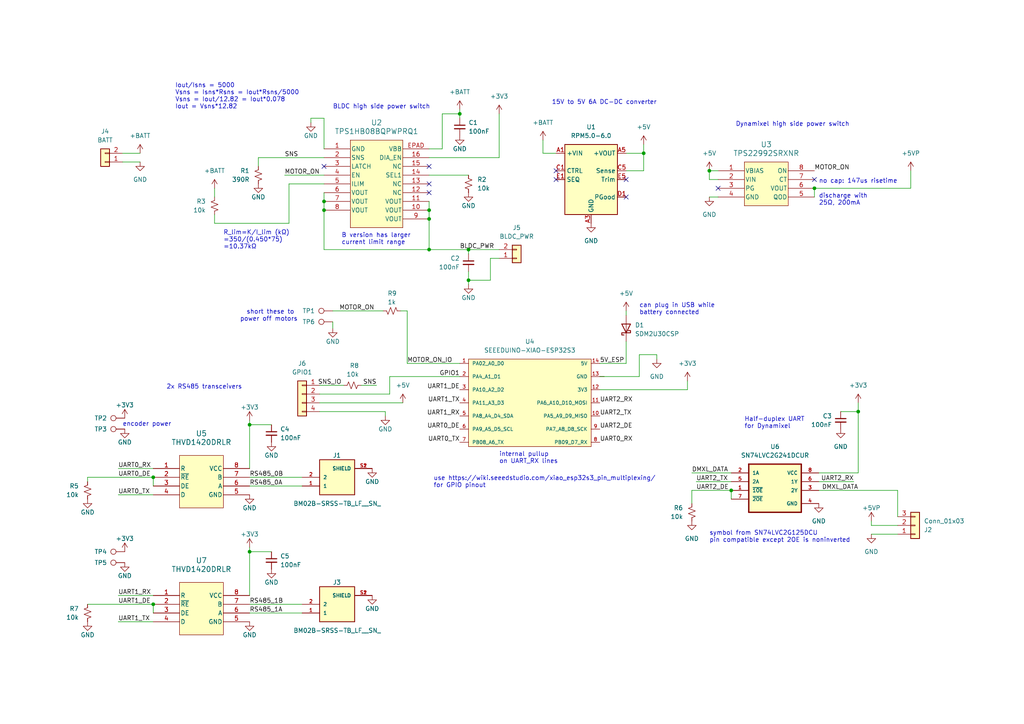
<source format=kicad_sch>
(kicad_sch (version 20230121) (generator eeschema)
  (paper "A4")
  (lib_symbols
    (symbol "Connector:TestPoint" (pin_numbers hide) (pin_names (offset 0.762) hide)
      (property "Reference" "TP" (at 0 6.858 0))
      (property "Value" "TestPoint" (at 0 5.08 0))
      (symbol "TestPoint_0_1"
        (circle (center 0 3.302) (radius 0.762))
      )
      (symbol "TestPoint_1_1"
        (pin passive line (at 0 0 90) (length 2.54) (name "1") (number "1"))
      )
    )
    (symbol "Connector_Generic:Conn_01x02" (pin_names (offset 1.016) hide)
      (property "Reference" "J" (at 0 2.54 0))
      (property "Value" "Conn_01x02" (at 0 -5.08 0))
      (symbol "Conn_01x02_1_1"
        (rectangle (start -1.27 -2.413) (end 0 -2.667) (stroke (width 0.1524)))
        (rectangle (start -1.27 0.127) (end 0 -0.127) (stroke (width 0.1524)))
        (rectangle (start -1.27 1.27) (end 1.27 -3.81) (stroke (width 0.254)) (fill (type background)))
        (pin passive line (at -5.08 0 0) (length 3.81) (name "Pin_1") (number "1"))
        (pin passive line (at -5.08 -2.54 0) (length 3.81) (name "Pin_2") (number "2"))
      )
    )
    (symbol "Connector_Generic:Conn_01x03" (pin_names (offset 1.016) hide)
      (property "Reference" "J" (at 0 5.08 0))
      (property "Value" "Conn_01x03" (at 0 -5.08 0))
      (symbol "Conn_01x03_1_1"
        (rectangle (start -1.27 -2.413) (end 0 -2.667) (stroke (width 0.1524)))
        (rectangle (start -1.27 0.127) (end 0 -0.127) (stroke (width 0.1524)))
        (rectangle (start -1.27 2.667) (end 0 2.413) (stroke (width 0.1524)))
        (rectangle (start -1.27 3.81) (end 1.27 -3.81) (stroke (width 0.254)) (fill (type background)))
        (pin passive line (at -5.08 2.54 0) (length 3.81) (name "Pin_1") (number "1"))
        (pin passive line (at -5.08 0 0) (length 3.81) (name "Pin_2") (number "2"))
        (pin passive line (at -5.08 -2.54 0) (length 3.81) (name "Pin_3") (number "3"))
      )
    )
    (symbol "Connector_Generic:Conn_01x04" (pin_names (offset 1.016) hide)
      (property "Reference" "J" (at 0 5.08 0))
      (property "Value" "Conn_01x04" (at 0 -7.62 0))
      (symbol "Conn_01x04_1_1"
        (rectangle (start -1.27 -4.953) (end 0 -5.207) (stroke (width 0.1524)))
        (rectangle (start -1.27 -2.413) (end 0 -2.667) (stroke (width 0.1524)))
        (rectangle (start -1.27 0.127) (end 0 -0.127) (stroke (width 0.1524)))
        (rectangle (start -1.27 2.667) (end 0 2.413) (stroke (width 0.1524)))
        (rectangle (start -1.27 3.81) (end 1.27 -6.35) (stroke (width 0.254)) (fill (type background)))
        (pin passive line (at -5.08 2.54 0) (length 3.81) (name "Pin_1") (number "1"))
        (pin passive line (at -5.08 0 0) (length 3.81) (name "Pin_2") (number "2"))
        (pin passive line (at -5.08 -2.54 0) (length 3.81) (name "Pin_3") (number "3"))
        (pin passive line (at -5.08 -5.08 0) (length 3.81) (name "Pin_4") (number "4"))
      )
    )
    (symbol "Converter_DCDC:RPM5.0-6.0"
      (property "Reference" "U" (at -6.35 11.43 0))
      (property "Value" "RPM5.0-6.0" (at 3.81 11.43 0))
      (symbol "RPM5.0-6.0_0_1"
        (rectangle (start -7.62 10.16) (end 7.62 -10.16) (stroke (width 0.254)) (fill (type background)))
      )
      (symbol "RPM5.0-6.0_1_1"
        (pin power_in line (at -10.16 7.62 0) (length 2.54) (name "+VIN") (number "A1"))
        (pin passive line (at -10.16 7.62 0) (length 2.54) hide (name "+VIN") (number "A2"))
        (pin power_in line (at 0 -12.7 90) (length 2.54) (name "GND") (number "A3"))
        (pin passive line (at 0 -12.7 90) (length 2.54) hide (name "GND") (number "A4"))
        (pin power_out line (at 10.16 7.62 180) (length 2.54) (name "+VOUT") (number "A5"))
        (pin passive line (at 0 -12.7 90) (length 2.54) hide (name "GND") (number "B1"))
        (pin passive line (at 0 -12.7 90) (length 2.54) hide (name "GND") (number "B2"))
        (pin passive line (at 0 -12.7 90) (length 2.54) hide (name "GND") (number "B3"))
        (pin passive line (at 0 -12.7 90) (length 2.54) hide (name "GND") (number "B4"))
        (pin passive line (at 10.16 7.62 180) (length 2.54) hide (name "+VOUT") (number "B5"))
        (pin input line (at -10.16 2.54 0) (length 2.54) (name "CTRL") (number "C1"))
        (pin passive line (at 0 -12.7 90) (length 2.54) hide (name "GND") (number "C2"))
        (pin passive line (at 0 -12.7 90) (length 2.54) hide (name "GND") (number "C3"))
        (pin passive line (at 0 -12.7 90) (length 2.54) hide (name "GND") (number "C4"))
        (pin input line (at 10.16 2.54 180) (length 2.54) (name "Sense") (number "C5"))
        (pin output line (at 10.16 -5.08 180) (length 2.54) (name "PGood") (number "D1"))
        (pin passive line (at 0 -12.7 90) (length 2.54) hide (name "GND") (number "D2"))
        (pin passive line (at 0 -12.7 90) (length 2.54) hide (name "GND") (number "D3"))
        (pin passive line (at 0 -12.7 90) (length 2.54) hide (name "GND") (number "D4"))
        (pin passive line (at 0 -12.7 90) (length 2.54) hide (name "GND") (number "D5"))
        (pin passive line (at -10.16 0 0) (length 2.54) (name "SEQ") (number "E1"))
        (pin no_connect line (at -7.62 -5.08 0) (length 2.54) hide (name "NC") (number "E2"))
        (pin passive line (at 0 -12.7 90) (length 2.54) hide (name "GND") (number "E3"))
        (pin passive line (at 0 -12.7 90) (length 2.54) hide (name "GND") (number "E4"))
        (pin input line (at 10.16 0 180) (length 2.54) (name "Trim") (number "E5"))
      )
    )
    (symbol "Device:C_Small" (pin_numbers hide) (pin_names (offset 0.254) hide)
      (property "Reference" "C" (at 0.254 1.778 0))
      (property "Value" "C_Small" (at 0.254 -2.032 0))
      (symbol "C_Small_0_1"
        (polyline (pts (xy -1.524 -0.508) (xy 1.524 -0.508)) (stroke (width 0.3302)))
        (polyline (pts (xy -1.524 0.508) (xy 1.524 0.508)) (stroke (width 0.3048)))
      )
      (symbol "C_Small_1_1"
        (pin passive line (at 0 2.54 270) (length 2.032) (name "~") (number "1"))
        (pin passive line (at 0 -2.54 90) (length 2.032) (name "~") (number "2"))
      )
    )
    (symbol "Device:D_Schottky" (pin_numbers hide) (pin_names (offset 1.016) hide)
      (property "Reference" "D" (at 0 2.54 0))
      (property "Value" "D_Schottky" (at 0 -2.54 0))
      (symbol "D_Schottky_0_1"
        (polyline (pts (xy 1.27 0) (xy -1.27 0)))
        (polyline (pts (xy 1.27 1.27) (xy 1.27 -1.27) (xy -1.27 0) (xy 1.27 1.27)) (stroke (width 0.254)))
        (polyline (pts (xy -1.905 0.635) (xy -1.905 1.27) (xy -1.27 1.27) (xy -1.27 -1.27) (xy -0.635 -1.27) (xy -0.635 -0.635)) (stroke (width 0.254)))
      )
      (symbol "D_Schottky_1_1"
        (pin passive line (at -3.81 0 0) (length 2.54) (name "K") (number "1"))
        (pin passive line (at 3.81 0 180) (length 2.54) (name "A") (number "2"))
      )
    )
    (symbol "Device:R_Small_US" (pin_numbers hide) (pin_names (offset 0.254) hide)
      (property "Reference" "R" (at 0.762 0.508 0))
      (property "Value" "R_Small_US" (at 0.762 -1.016 0))
      (symbol "R_Small_US_1_1"
        (polyline (pts (xy 0 0) (xy 1.016 -0.381) (xy 0 -0.762) (xy -1.016 -1.143) (xy 0 -1.524)))
        (polyline (pts (xy 0 1.524) (xy 1.016 1.143) (xy 0 0.762) (xy -1.016 0.381) (xy 0 0)))
        (pin passive line (at 0 2.54 270) (length 1.016) (name "~") (number "1"))
        (pin passive line (at 0 -2.54 90) (length 1.016) (name "~") (number "2"))
      )
    )
    (symbol "power:+3V3" (power) (pin_names (offset 0))
      (property "Value" "+3V3" (at 0 3.556 0))
      (symbol "+3V3_0_1"
        (polyline (pts (xy -0.762 1.27) (xy 0 2.54)))
        (polyline (pts (xy 0 0) (xy 0 2.54)))
        (polyline (pts (xy 0 2.54) (xy 0.762 1.27)))
      )
      (symbol "+3V3_1_1"
        (pin power_in line (at 0 0 90) (length 0) hide (name "+3V3") (number "1"))
      )
    )
    (symbol "power:+5V" (power) (pin_names (offset 0))
      (property "Value" "+5V" (at 0 3.556 0))
      (symbol "+5V_0_1"
        (polyline (pts (xy -0.762 1.27) (xy 0 2.54)))
        (polyline (pts (xy 0 0) (xy 0 2.54)))
        (polyline (pts (xy 0 2.54) (xy 0.762 1.27)))
      )
      (symbol "+5V_1_1"
        (pin power_in line (at 0 0 90) (length 0) hide (name "+5V") (number "1"))
      )
    )
    (symbol "power:+5VP" (power) (pin_names (offset 0))
      (property "Value" "+5VP" (at 0 3.556 0))
      (symbol "+5VP_0_1"
        (polyline (pts (xy -0.762 1.27) (xy 0 2.54)))
        (polyline (pts (xy 0 0) (xy 0 2.54)))
        (polyline (pts (xy 0 2.54) (xy 0.762 1.27)))
      )
      (symbol "+5VP_1_1"
        (pin power_in line (at 0 0 90) (length 0) hide (name "+5VP") (number "1"))
      )
    )
    (symbol "power:+BATT" (power) (pin_names (offset 0))
      (property "Value" "+BATT" (at 0 3.556 0))
      (symbol "+BATT_0_1"
        (polyline (pts (xy -0.762 1.27) (xy 0 2.54)))
        (polyline (pts (xy 0 0) (xy 0 2.54)))
        (polyline (pts (xy 0 2.54) (xy 0.762 1.27)))
      )
      (symbol "+BATT_1_1"
        (pin power_in line (at 0 0 90) (length 0) hide (name "+BATT") (number "1"))
      )
    )
    (symbol "power:GND" (power) (pin_names (offset 0))
      (property "Value" "GND" (at 0 -3.81 0))
      (symbol "GND_0_1"
        (polyline (pts (xy 0 0) (xy 0 -1.27) (xy 1.27 -1.27) (xy 0 -2.54) (xy -1.27 -1.27) (xy 0 -1.27)))
      )
      (symbol "GND_1_1"
        (pin power_in line (at 0 0 270) (length 0) hide (name "GND") (number "1"))
      )
    )
    (symbol "squirrelbrain:BM02B-SRSS-TB_LF__SN_" (pin_names (offset 1.016))
      (property "Reference" "J" (at 0 6.35 0))
      (property "Value" "BM02B-SRSS-TB_LF__SN_" (at -11.43 -7.62 0))
      (symbol "BM02B-SRSS-TB_LF__SN__0_0"
        (rectangle (start -5.08 5.08) (end 5.08 -5.08) (stroke (width 0.254)) (fill (type background)))
        (pin passive line (at -10.16 2.54 0) (length 5.08) (name "1") (number "1"))
        (pin passive line (at -10.16 0 0) (length 5.08) (name "2") (number "2"))
        (pin passive line (at 10.16 -2.54 180) (length 5.08) (name "SHIELD") (number "S1"))
        (pin passive line (at 10.16 -2.54 180) (length 5.08) (name "SHIELD") (number "S2"))
      )
    )
    (symbol "squirrelbrain:SEEEDUINO-XIAO-ESP32S3" (pin_names (offset 1.016))
      (property "Reference" "U" (at -13.97 16.51 0))
      (property "Value" "SEEEDUINO-XIAO-ESP32S3" (at -13.97 13.97 0))
      (symbol "SEEEDUINO-XIAO-ESP32S3_0_0"
        (polyline (pts (xy 21.59 7.62) (xy 20.32 7.62)) (stroke (width 0.1524)))
        (pin bidirectional line (at -20.32 11.43 0) (length 2.54) (name "PA02_A0_D0") (number "1"))
        (pin bidirectional line (at 20.32 -3.81 180) (length 2.54) (name "PA5_A9_D9_MISO") (number "10"))
        (pin bidirectional line (at 20.32 0 180) (length 2.54) (name "PA6_A10_D10_MOSI") (number "11"))
        (pin bidirectional line (at 20.32 3.81 180) (length 2.54) (name "3V3") (number "12"))
        (pin bidirectional line (at 20.32 7.62 180) (length 2.54) (name "GND") (number "13"))
        (pin bidirectional line (at 20.32 11.43 180) (length 2.54) (name "5V") (number "14"))
        (pin bidirectional line (at -20.32 7.62 0) (length 2.54) (name "PA4_A1_D1") (number "2"))
        (pin bidirectional line (at -20.32 3.81 0) (length 2.54) (name "PA10_A2_D2") (number "3"))
        (pin bidirectional line (at -20.32 0 0) (length 2.54) (name "PA11_A3_D3") (number "4"))
        (pin bidirectional line (at -20.32 -3.81 0) (length 2.54) (name "PA8_A4_D4_SDA") (number "5"))
        (pin bidirectional line (at -20.32 -7.62 0) (length 2.54) (name "PA9_A5_D5_SCL") (number "6"))
        (pin bidirectional line (at -20.32 -11.43 0) (length 2.54) (name "PB08_A6_TX") (number "7"))
        (pin bidirectional line (at 20.32 -11.43 180) (length 2.54) (name "PB09_D7_RX") (number "8"))
        (pin bidirectional line (at 20.32 -7.62 180) (length 2.54) (name "PA7_A8_D8_SCK") (number "9"))
      )
      (symbol "SEEEDUINO-XIAO-ESP32S3_1_1"
        (rectangle (start -17.78 12.7) (end 17.78 -12.7) (fill (type background)))
      )
    )
    (symbol "squirrelbrain:SN74LVC2G125DCUR" (pin_names (offset 1.016))
      (property "Reference" "U" (at -7.62 11.43 0))
      (property "Value" "SN74LVC2G125DCUR" (at -10.16 8.89 0))
      (symbol "SN74LVC2G125DCUR_0_0"
        (rectangle (start -7.62 7.62) (end 7.62 -6.35) (stroke (width 0.41)) (fill (type background)))
        (pin input line (at -12.7 0 0) (length 5.08) (name "~{1OE}") (number "1"))
        (pin input line (at -12.7 5.08 0) (length 5.08) (name "1A") (number "2"))
        (pin output line (at 12.7 0 180) (length 5.08) (name "2Y") (number "3"))
        (pin power_in line (at 12.7 -3.81 180) (length 5.08) (name "GND") (number "4"))
        (pin input line (at -12.7 2.54 0) (length 5.08) (name "2A") (number "5"))
        (pin output line (at 12.7 2.54 180) (length 5.08) (name "1Y") (number "6"))
        (pin input line (at -12.7 -2.54 0) (length 5.08) (name "~{2OE}") (number "7"))
        (pin power_in line (at 12.7 5.08 180) (length 5.08) (name "VCC") (number "8"))
      )
    )
    (symbol "squirrelbrain:THVD1420DRLR" (pin_names (offset 0.254))
      (property "Reference" "U" (at 0 13.97 0))
      (property "Value" "THVD1420DRLR" (at 0 11.43 0))
      (symbol "THVD1420DRLR_0_1"
        (pin output line (at -13.97 3.81 0) (length 7.62) (name "R") (number "1"))
        (pin input line (at -13.97 -1.27 0) (length 7.62) (name "DE") (number "3"))
        (pin input line (at -13.97 -3.81 0) (length 7.62) (name "D") (number "4"))
        (pin power_out line (at 13.97 -3.81 180) (length 7.62) (name "GND") (number "5"))
        (pin bidirectional line (at 13.97 -1.27 180) (length 7.62) (name "A") (number "6"))
        (pin bidirectional line (at 13.97 1.27 180) (length 7.62) (name "B") (number "7"))
        (pin power_in line (at 13.97 3.81 180) (length 7.62) (name "VCC") (number "8"))
      )
      (symbol "THVD1420DRLR_1_1"
        (rectangle (start -6.35 7.62) (end 6.35 -7.62) (fill (type background)))
        (pin input line (at -13.97 1.27 0) (length 7.62) (name "~{RE}") (number "2"))
      )
    )
    (symbol "squirrelbrain:TPS1HB08AQPWPRQ1" (pin_names (offset 0.254))
      (property "Reference" "U" (at 0 20.32 0))
      (property "Value" "TPS1HB08BQPWPRQ1" (at 0 17.78 0))
      (symbol "TPS1HB08AQPWPRQ1_1_1"
        (rectangle (start -7.62 12.7) (end 7.62 -12.7) (fill (type background)))
        (pin unspecified line (at -15.24 10.16 0) (length 7.62) (name "GND") (number "1"))
        (pin unspecified line (at 15.24 -7.62 180) (length 7.62) (name "VOUT") (number "10"))
        (pin unspecified line (at 15.24 -5.08 180) (length 7.62) (name "VOUT") (number "11"))
        (pin unspecified line (at 15.24 -2.54 180) (length 7.62) (name "NC") (number "12"))
        (pin unspecified line (at 15.24 0 180) (length 7.62) (name "NC") (number "13"))
        (pin unspecified line (at 15.24 2.54 180) (length 7.62) (name "SEL1") (number "14"))
        (pin unspecified line (at 15.24 5.08 180) (length 7.62) (name "NC") (number "15"))
        (pin unspecified line (at 15.24 7.62 180) (length 7.62) (name "DIA_EN") (number "16"))
        (pin unspecified line (at -15.24 7.62 0) (length 7.62) (name "SNS") (number "2"))
        (pin unspecified line (at -15.24 5.08 0) (length 7.62) (name "LATCH") (number "3"))
        (pin unspecified line (at -15.24 2.54 0) (length 7.62) (name "EN") (number "4"))
        (pin unspecified line (at -15.24 0 0) (length 7.62) (name "ILIM") (number "5"))
        (pin unspecified line (at -15.24 -2.54 0) (length 7.62) (name "VOUT") (number "6"))
        (pin unspecified line (at -15.24 -5.08 0) (length 7.62) (name "VOUT") (number "7"))
        (pin unspecified line (at -15.24 -7.62 0) (length 7.62) (name "VOUT") (number "8"))
        (pin unspecified line (at 15.24 -10.16 180) (length 7.62) (name "VOUT") (number "9"))
        (pin unspecified line (at 15.24 10.16 180) (length 7.62) (name "VBB") (number "EPAD"))
      )
    )
    (symbol "squirrelbrain:TPS22992SRXNR" (pin_names (offset 0.254))
      (property "Reference" "U" (at 0 11.43 0))
      (property "Value" "TPS22992SRXNR" (at 0 8.89 0))
      (symbol "TPS22992SRXNR_0_1"
        (pin input line (at -13.97 3.81 0) (length 7.62) (name "VBIAS") (number "1"))
        (pin input line (at -13.97 1.27 0) (length 7.62) (name "VIN") (number "2"))
        (pin output line (at -13.97 -1.27 0) (length 7.62) (name "PG") (number "3"))
        (pin power_out line (at -13.97 -3.81 0) (length 7.62) (name "GND") (number "4"))
        (pin unspecified line (at 13.97 -3.81 180) (length 7.62) (name "QOD") (number "5"))
        (pin output line (at 13.97 -1.27 180) (length 7.62) (name "VOUT") (number "6"))
        (pin output line (at 13.97 1.27 180) (length 7.62) (name "CT") (number "7"))
        (pin input line (at 13.97 3.81 180) (length 7.62) (name "ON") (number "8"))
      )
      (symbol "TPS22992SRXNR_1_1"
        (rectangle (start -6.35 6.35) (end 6.35 -6.35) (fill (type background)))
      )
    )
  )
  (junction (at 44.45 175.26))
  (junction (at 186.69 44.45))
  (junction (at 236.22 54.61))
  (junction (at 72.39 160.02))
  (junction (at 135.89 81.28))
  (junction (at 93.98 58.42))
  (junction (at 124.46 63.5))
  (junction (at 205.74 49.53))
  (junction (at 212.09 142.24))
  (junction (at 124.46 72.39))
  (junction (at 93.98 60.96))
  (junction (at 44.45 138.43))
  (junction (at 133.35 33.02))
  (junction (at 248.92 119.38))
  (junction (at 124.46 60.96))
  (junction (at 72.39 123.19))
  (junction (at 135.89 72.39))
  (no_connect (at 181.61 57.15))
  (no_connect (at 208.28 54.61))
  (no_connect (at 124.46 48.26))
  (no_connect (at 236.22 52.07))
  (no_connect (at 124.46 55.88))
  (no_connect (at 124.46 53.34))
  (no_connect (at 93.98 48.26))
  (no_connect (at 161.29 49.53))
  (no_connect (at 181.61 52.07))
  (no_connect (at 161.29 52.07))
  (wire (pts (xy 135.89 81.28) (xy 142.24 81.28)))
  (wire (pts (xy 72.39 123.19) (xy 78.74 123.19)))
  (wire (pts (xy 205.74 57.15) (xy 208.28 57.15)))
  (wire (pts (xy 252.73 154.94) (xy 260.35 154.94)))
  (wire (pts (xy 124.46 72.39) (xy 135.89 72.39)))
  (wire (pts (xy 181.61 91.44) (xy 181.61 90.17)))
  (wire (pts (xy 72.39 123.19) (xy 72.39 135.89)))
  (wire (pts (xy 124.46 50.8) (xy 135.89 50.8)))
  (wire (pts (xy 93.98 55.88) (xy 93.98 58.42)))
  (wire (pts (xy 199.39 110.49) (xy 199.39 113.03)))
  (wire (pts (xy 62.23 62.23) (xy 62.23 64.77)))
  (wire (pts (xy 260.35 142.24) (xy 260.35 149.86)))
  (wire (pts (xy 90.17 34.29) (xy 90.17 35.56)))
  (wire (pts (xy 74.93 48.26) (xy 74.93 45.72)))
  (wire (pts (xy 173.99 105.41) (xy 181.61 105.41)))
  (wire (pts (xy 128.27 33.02) (xy 133.35 33.02)))
  (wire (pts (xy 236.22 54.61) (xy 264.16 54.61)))
  (wire (pts (xy 93.98 72.39) (xy 124.46 72.39)))
  (wire (pts (xy 62.23 54.61) (xy 62.23 57.15)))
  (wire (pts (xy 124.46 45.72) (xy 144.78 45.72)))
  (wire (pts (xy 113.03 109.22) (xy 133.35 109.22)))
  (wire (pts (xy 205.74 52.07) (xy 205.74 49.53)))
  (wire (pts (xy 34.29 135.89) (xy 44.45 135.89)))
  (wire (pts (xy 205.74 49.53) (xy 208.28 49.53)))
  (wire (pts (xy 135.89 82.55) (xy 135.89 81.28)))
  (wire (pts (xy 248.92 116.84) (xy 248.92 119.38)))
  (wire (pts (xy 243.84 119.38) (xy 248.92 119.38)))
  (wire (pts (xy 135.89 73.66) (xy 135.89 72.39)))
  (wire (pts (xy 83.82 53.34) (xy 83.82 64.77)))
  (wire (pts (xy 260.35 152.4) (xy 252.73 152.4)))
  (wire (pts (xy 113.03 114.3) (xy 113.03 109.22)))
  (wire (pts (xy 44.45 175.26) (xy 44.45 177.8)))
  (wire (pts (xy 142.24 74.93) (xy 142.24 81.28)))
  (wire (pts (xy 92.71 114.3) (xy 113.03 114.3)))
  (wire (pts (xy 34.29 143.51) (xy 44.45 143.51)))
  (wire (pts (xy 93.98 58.42) (xy 93.98 60.96)))
  (wire (pts (xy 62.23 64.77) (xy 83.82 64.77)))
  (wire (pts (xy 248.92 119.38) (xy 248.92 137.16)))
  (wire (pts (xy 124.46 43.18) (xy 128.27 43.18)))
  (wire (pts (xy 25.4 175.26) (xy 44.45 175.26)))
  (wire (pts (xy 104.775 111.76) (xy 109.22 111.76)))
  (wire (pts (xy 72.39 140.97) (xy 87.63 140.97)))
  (wire (pts (xy 142.24 74.93) (xy 144.78 74.93)))
  (wire (pts (xy 74.93 45.72) (xy 93.98 45.72)))
  (wire (pts (xy 92.71 111.76) (xy 99.695 111.76)))
  (wire (pts (xy 93.98 34.29) (xy 90.17 34.29)))
  (wire (pts (xy 135.89 72.39) (xy 144.78 72.39)))
  (wire (pts (xy 111.76 119.38) (xy 92.71 119.38)))
  (wire (pts (xy 201.93 139.7) (xy 212.09 139.7)))
  (wire (pts (xy 96.52 90.17) (xy 111.125 90.17)))
  (wire (pts (xy 128.27 43.18) (xy 128.27 33.02)))
  (wire (pts (xy 208.28 52.07) (xy 205.74 52.07)))
  (wire (pts (xy 92.71 116.84) (xy 116.84 116.84)))
  (wire (pts (xy 118.11 90.17) (xy 116.205 90.17)))
  (wire (pts (xy 96.52 93.345) (xy 96.52 95.25)))
  (wire (pts (xy 111.76 120.65) (xy 111.76 119.38)))
  (wire (pts (xy 133.35 33.02) (xy 133.35 34.29)))
  (wire (pts (xy 93.98 60.96) (xy 93.98 72.39)))
  (wire (pts (xy 93.98 43.18) (xy 93.98 34.29)))
  (wire (pts (xy 173.99 109.22) (xy 185.42 109.22)))
  (wire (pts (xy 34.29 180.34) (xy 44.45 180.34)))
  (wire (pts (xy 264.16 54.61) (xy 264.16 49.53)))
  (wire (pts (xy 248.92 137.16) (xy 237.49 137.16)))
  (wire (pts (xy 186.69 41.91) (xy 186.69 44.45)))
  (wire (pts (xy 124.46 63.5) (xy 124.46 72.39)))
  (wire (pts (xy 72.39 121.92) (xy 72.39 123.19)))
  (wire (pts (xy 25.4 139.7) (xy 25.4 138.43)))
  (wire (pts (xy 25.4 138.43) (xy 44.45 138.43)))
  (wire (pts (xy 181.61 49.53) (xy 186.69 49.53)))
  (wire (pts (xy 135.89 81.28) (xy 135.89 78.74)))
  (wire (pts (xy 186.69 49.53) (xy 186.69 44.45)))
  (wire (pts (xy 199.39 113.03) (xy 173.99 113.03)))
  (wire (pts (xy 144.78 45.72) (xy 144.78 33.02)))
  (wire (pts (xy 72.39 177.8) (xy 87.63 177.8)))
  (wire (pts (xy 237.49 142.24) (xy 260.35 142.24)))
  (wire (pts (xy 124.46 58.42) (xy 124.46 60.96)))
  (wire (pts (xy 181.61 105.41) (xy 181.61 99.06)))
  (wire (pts (xy 93.98 53.34) (xy 83.82 53.34)))
  (wire (pts (xy 236.22 54.61) (xy 236.22 57.15)))
  (wire (pts (xy 118.11 90.17) (xy 118.11 105.41)))
  (wire (pts (xy 185.42 109.22) (xy 185.42 102.87)))
  (wire (pts (xy 35.56 46.99) (xy 40.64 46.99)))
  (wire (pts (xy 161.29 44.45) (xy 157.48 44.45)))
  (wire (pts (xy 35.56 44.45) (xy 40.64 44.45)))
  (wire (pts (xy 82.55 50.8) (xy 93.98 50.8)))
  (wire (pts (xy 44.45 138.43) (xy 44.45 140.97)))
  (wire (pts (xy 200.66 142.24) (xy 212.09 142.24)))
  (wire (pts (xy 181.61 44.45) (xy 186.69 44.45)))
  (wire (pts (xy 252.73 152.4) (xy 252.73 151.13)))
  (wire (pts (xy 185.42 102.87) (xy 190.5 102.87)))
  (wire (pts (xy 124.46 60.96) (xy 124.46 63.5)))
  (wire (pts (xy 157.48 44.45) (xy 157.48 40.64)))
  (wire (pts (xy 72.39 160.02) (xy 72.39 172.72)))
  (wire (pts (xy 190.5 102.87) (xy 190.5 104.14)))
  (wire (pts (xy 72.39 175.26) (xy 87.63 175.26)))
  (wire (pts (xy 200.66 137.16) (xy 212.09 137.16)))
  (wire (pts (xy 118.11 105.41) (xy 133.35 105.41)))
  (wire (pts (xy 133.35 33.02) (xy 133.35 31.75)))
  (wire (pts (xy 212.09 142.24) (xy 212.09 144.78)))
  (wire (pts (xy 72.39 158.75) (xy 72.39 160.02)))
  (wire (pts (xy 237.49 139.7) (xy 247.65 139.7)))
  (wire (pts (xy 200.66 142.24) (xy 200.66 146.05)))
  (wire (pts (xy 34.29 172.72) (xy 44.45 172.72)))
  (wire (pts (xy 72.39 160.02) (xy 78.74 160.02)))
  (wire (pts (xy 72.39 138.43) (xy 87.63 138.43)))
  (text "Dynamixel high side power switch" (at 213.36 36.83 0) (effects (font (size 1.27 1.27)) (justify left bottom)))
  (text "Iout/Isns = 5000\nVsns = Isns*Rsns = Iout*Rsns/5000\nVsns = Iout/12.82 = Iout*0.078\nIout = Vsns*12.82" (at 50.8 31.75 0) (effects (font (size 1.27 1.27)) (justify left bottom)))
  (text "can plug in USB while \nbattery connected" (at 185.42 91.44 0) (effects (font (size 1.27 1.27)) (justify left bottom)))
  (text "no cap: 147us risetime" (at 237.49 53.34 0) (effects (font (size 1.27 1.27)) (justify left bottom)))
  (text "short these to \npower off motors" (at 86.36 93.345 0) (effects (font (size 1.27 1.27)) (justify right bottom)))
  (text "use https://wiki.seeedstudio.com/xiao_esp32s3_pin_multiplexing/\nfor GPIO pinout" (at 125.73 141.605 0) (effects (font (size 1.27 1.27)) (justify left bottom)))
  (text "encoder power" (at 35.56 123.825 0) (effects (font (size 1.27 1.27)) (justify left bottom)))
  (text "discharge with \n25Ω, 200mA" (at 237.49 59.69 0) (effects (font (size 1.27 1.27)) (justify left bottom)))
  (text "15V to 5V 6A DC-DC converter" (at 160.02 30.48 0) (effects (font (size 1.27 1.27)) (justify left bottom)))
  (text "R_lim=K/I_lim (kΩ)\n=350/(0.450*75)\n=10.37kΩ" (at 64.77 72.39 0) (effects (font (size 1.27 1.27)) (justify left bottom)))
  (text "Half-duplex UART\nfor Dynamixel" (at 215.9 124.46 0) (effects (font (size 1.27 1.27)) (justify left bottom)))
  (text "internal pullup\non UART_RX lines" (at 144.78 134.62 0) (effects (font (size 1.27 1.27)) (justify left bottom)))
  (text "2x RS485 transceivers" (at 48.26 113.03 0) (effects (font (size 1.27 1.27)) (justify left bottom)))
  (text "B version has larger \ncurrent limit range" (at 99.06 71.12 0) (effects (font (size 1.27 1.27)) (justify left bottom)))
  (text "symbol from SN74LVC2G125DCU\npin compatible except 2OE is noninverted" (at 205.74 157.48 0) (effects (font (size 1.27 1.27)) (justify left bottom)))
  (text "BLDC high side power switch" (at 96.52 31.75 0) (effects (font (size 1.27 1.27)) (justify left bottom)))
  (label "MOTOR_ON" (at 236.22 49.53 0))
  (label "BLDC_PWR" (at 133.35 72.39 0))
  (label "UART0_DE" (at 133.35 124.46 180))
  (label "UART1_TX" (at 133.35 116.84 180))
  (label "UART0_TX" (at 133.35 128.27 180))
  (label "SNS" (at 82.55 45.72 0))
  (label "RS485_0A" (at 72.39 140.97 0))
  (label "MOTOR_ON" (at 82.55 50.8 0))
  (label "UART2_TX" (at 173.99 120.65 0))
  (label "UART2_DE" (at 201.93 142.24 0))
  (label "UART1_RX" (at 133.35 120.65 180))
  (label "UART0_DE" (at 34.29 138.43 0))
  (label "DMXL_DATA" (at 200.66 137.16 0))
  (label "SNS_IO" (at 99.06 111.76 180))
  (label "RS485_1B" (at 72.39 175.26 0))
  (label "UART0_RX" (at 173.99 128.27 0))
  (label "UART1_DE" (at 34.29 175.26 0))
  (label "UART2_DE" (at 173.99 124.46 0))
  (label "UART1_DE" (at 133.35 113.03 180))
  (label "UART2_RX" (at 173.99 116.84 0))
  (label "DMXL_DATA" (at 248.92 142.24 180))
  (label "UART2_RX" (at 247.65 139.7 180))
  (label "RS485_1A" (at 72.39 177.8 0))
  (label "5V_ESP" (at 173.99 105.41 0))
  (label "MOTOR_ON" (at 108.585 90.17 180))
  (label "UART1_TX" (at 34.29 180.34 0))
  (label "GPIO1" (at 133.35 109.22 180))
  (label "UART1_RX" (at 34.29 172.72 0))
  (label "MOTOR_ON_IO" (at 118.11 105.41 0))
  (label "UART0_RX" (at 34.29 135.89 0))
  (label "RS485_0B" (at 72.39 138.43 0))
  (label "SNS" (at 109.22 111.76 180))
  (label "UART2_TX" (at 201.93 139.7 0))
  (label "UART0_TX" (at 34.29 143.51 0))
  (symbol (lib_id "Connector:TestPoint") (at 36.195 121.285 90) (unit 1) (in_bom no)
    (property "Reference" "TP2" (at 29.21 121.285 90))
    (property "Value" "TestPoint" (effects hide))
    (property "Footprint" "squirrelbrain:TestPoint_Pad_Rect" (effects hide))
  )
  (symbol (lib_id "power:GND") (at 72.39 143.51 0) (unit 1)
    (property "Reference" "#PWR025" (effects hide))
    (property "Value" "GND" (at 72.39 147.32 0))
  )
  (symbol (lib_id "Converter_DCDC:RPM5.0-6.0") (at 171.45 52.07 0) (unit 1)
    (property "Reference" "U1" (at 171.45 36.83 0))
    (property "Value" "RPM5.0-6.0" (at 171.45 39.37 0))
    (property "Footprint" "Converter_DCDC:Converter_DCDC_RECOM_RPMx.x-x.0" (effects hide))
    (property "Datasheet" "https://www.recom-power.com/pdf/Innoline/RPM-6.0.pdf" (effects hide))
    (property "MP" "RPM5.0-6.0" (effects hide))
    (property "Vendor" "Digikey" (effects hide))
    (property "Vendor #" "945-RPM5.0-6.0CT-ND" (effects hide))
  )
  (symbol (lib_id "power:GND") (at 78.74 128.27 0) (unit 1)
    (property "Reference" "#PWR023" (effects hide))
    (property "Value" "GND" (at 78.74 132.08 0))
  )
  (symbol (lib_id "power:+3V3") (at 248.92 116.84 0) (unit 1)
    (property "Reference" "#PWR020" (effects hide))
    (property "Value" "+3V3" (at 248.92 111.76 0))
  )
  (symbol (lib_id "power:GND") (at 205.74 57.15 0) (unit 1)
    (property "Reference" "#PWR013" (effects hide))
    (property "Value" "GND" (at 205.74 62.23 0))
  )
  (symbol (lib_id "power:GND") (at 25.4 144.78 0) (unit 1)
    (property "Reference" "#PWR026" (effects hide))
    (property "Value" "GND" (at 25.4 148.59 0))
  )
  (symbol (lib_id "power:GND") (at 111.76 120.65 0) (unit 1)
    (property "Reference" "#PWR037" (effects hide))
    (property "Value" "GND" (at 111.76 124.46 0))
  )
  (symbol (lib_id "power:+3V3") (at 36.195 160.02 0) (unit 1)
    (property "Reference" "#PWR041" (effects hide))
    (property "Value" "+3V3" (at 36.195 156.21 0))
  )
  (symbol (lib_id "power:+3V3") (at 72.39 158.75 0) (unit 1)
    (property "Reference" "#PWR031" (effects hide))
    (property "Value" "+3V3" (at 72.39 154.94 0))
  )
  (symbol (lib_id "power:GND") (at 36.195 163.195 0) (unit 1)
    (property "Reference" "#PWR042" (effects hide))
    (property "Value" "GND" (at 36.195 167.005 0))
  )
  (symbol (lib_id "Connector:TestPoint") (at 96.52 93.345 90) (unit 1) (in_bom no)
    (property "Reference" "TP6" (at 89.535 93.345 90))
    (property "Value" "TestPoint" (effects hide))
    (property "Footprint" "squirrelbrain:TestPoint_Pad_Rect" (effects hide))
  )
  (symbol (lib_id "Device:R_Small_US") (at 74.93 50.8 0) (mirror x) (unit 1)
    (property "Reference" "R1" (at 72.39 49.53 0) (effects (justify right)))
    (property "Value" "390R" (at 72.39 52.07 0) (effects (justify right)))
    (property "Footprint" "Resistor_SMD:R_0402_1005Metric" (effects hide))
    (property "MP" "RC0402FR-07390RL" (effects hide))
    (property "Vendor" "LCSC" (effects hide))
    (property "Vendor #" "C137997" (effects hide))
  )
  (symbol (lib_id "power:GND") (at 90.17 35.56 0) (unit 1)
    (property "Reference" "#PWR03" (effects hide))
    (property "Value" "GND" (at 90.17 39.37 0))
  )
  (symbol (lib_id "Device:C_Small") (at 78.74 162.56 0) (unit 1)
    (property "Reference" "C5" (at 81.28 161.2963 0) (effects (justify left)))
    (property "Value" "100nF" (at 81.28 163.8363 0) (effects (justify left)))
    (property "Footprint" "Capacitor_SMD:C_0402_1005Metric" (effects hide))
    (property "MP" "CL05A104KA5NNNC" (effects hide))
    (property "Vendor" "LCSC" (effects hide))
    (property "Vendor #" "C14663" (effects hide))
  )
  (symbol (lib_id "Device:R_Small_US") (at 25.4 142.24 0) (mirror x) (unit 1)
    (property "Reference" "R5" (at 22.86 140.97 0) (effects (justify right)))
    (property "Value" "10k" (at 22.86 143.51 0) (effects (justify right)))
    (property "Footprint" "Resistor_SMD:R_0402_1005Metric" (effects hide))
    (property "MP" "RC0402FR-0710KL" (effects hide))
    (property "Vendor" "Inventory" (effects hide))
    (property "Vendor #" "311-10.0KLRCT-ND" (effects hide))
  )
  (symbol (lib_id "Connector_Generic:Conn_01x04") (at 87.63 114.3 0) (mirror y) (unit 1)
    (property "Reference" "J6" (at 87.63 105.41 0))
    (property "Value" "GPIO1" (at 87.63 107.95 0))
    (property "Footprint" "Connector_PinSocket_2.54mm:PinSocket_1x04_P2.54mm_Vertical" (effects hide))
  )
  (symbol (lib_id "Device:C_Small") (at 133.35 36.83 0) (unit 1)
    (property "Reference" "C1" (at 135.89 35.5663 0) (effects (justify left)))
    (property "Value" "100nF" (at 135.89 38.1063 0) (effects (justify left)))
    (property "Footprint" "Capacitor_SMD:C_0402_1005Metric" (effects hide))
    (property "MP" "CL05A104KA5NNNC" (effects hide))
    (property "Vendor" "LCSC" (effects hide))
    (property "Vendor #" "C14663" (effects hide))
  )
  (symbol (lib_id "power:+3V3") (at 199.39 110.49 0) (unit 1)
    (property "Reference" "#PWR018" (effects hide))
    (property "Value" "+3V3" (at 199.39 105.41 0))
  )
  (symbol (lib_id "power:GND") (at 40.64 46.99 0) (unit 1)
    (property "Reference" "#PWR07" (effects hide))
    (property "Value" "GND" (at 40.64 52.07 0))
  )
  (symbol (lib_id "power:GND") (at 200.66 151.13 0) (unit 1)
    (property "Reference" "#PWR028" (effects hide))
    (property "Value" "GND" (at 200.66 156.21 0))
  )
  (symbol (lib_id "squirrelbrain:BM02B-SRSS-TB_LF__SN_") (at 97.79 175.26 0) (mirror x) (unit 1)
    (property "Reference" "J3" (at 96.52 168.91 0) (effects (justify left)))
    (property "Value" "BM02B-SRSS-TB_LF__SN_" (at 85.09 182.88 0) (effects (justify left)))
    (property "Footprint" "squirrelbrain:JST_BM02B-SRSS-TB_LF__SN_" (effects hide))
    (property "MP" "BM02B-SRSS-TB (LF)(SN)" (effects hide))
    (property "Vendor" "LCSC" (effects hide))
    (property "Vendor #" "C160388" (effects hide))
  )
  (symbol (lib_id "power:+3V3") (at 144.78 33.02 0) (unit 1)
    (property "Reference" "#PWR038" (effects hide))
    (property "Value" "+3V3" (at 144.78 27.94 0))
  )
  (symbol (lib_id "Device:D_Schottky") (at 181.61 95.25 90) (unit 1)
    (property "Reference" "D1" (at 184.15 94.2975 90) (effects (justify right)))
    (property "Value" "SDM2U30CSP" (at 184.15 96.8375 90) (effects (justify right)))
    (property "Footprint" "squirrelbrain:SDM2U30CSP-7" (effects hide))
    (property "Datasheet" "https://www.diodes.com/assets/Datasheets/SDM2U30CSP.pdf" (effects hide))
    (property "MP" "SDM2U30CSP-7" (effects hide))
    (property "Vendor" "LCSC" (effects hide))
    (property "Vendor #" "C3001723" (effects hide))
  )
  (symbol (lib_id "Device:R_Small_US") (at 113.665 90.17 90) (mirror x) (unit 1)
    (property "Reference" "R9" (at 112.395 85.09 90) (effects (justify right)))
    (property "Value" "1k" (at 112.395 87.63 90) (effects (justify right)))
    (property "Footprint" "Resistor_SMD:R_0402_1005Metric" (effects hide))
    (property "MP" "RC0402FR-071KL" (effects hide))
    (property "Vendor" "Inventory" (effects hide))
    (property "Vendor #" "311-1.00KLRCT-ND" (effects hide))
  )
  (symbol (lib_id "squirrelbrain:BM02B-SRSS-TB_LF__SN_") (at 97.79 138.43 0) (mirror x) (unit 1)
    (property "Reference" "J1" (at 96.52 132.08 0) (effects (justify left)))
    (property "Value" "BM02B-SRSS-TB_LF__SN_" (at 85.09 146.05 0) (effects (justify left)))
    (property "Footprint" "squirrelbrain:JST_BM02B-SRSS-TB_LF__SN_" (effects hide))
    (property "MP" "BM02B-SRSS-TB (LF)(SN)" (effects hide))
    (property "Vendor" "LCSC" (effects hide))
    (property "Vendor #" "C160388" (effects hide))
  )
  (symbol (lib_id "Device:R_Small_US") (at 200.66 148.59 0) (mirror x) (unit 1)
    (property "Reference" "R6" (at 198.12 147.32 0) (effects (justify right)))
    (property "Value" "10k" (at 198.12 149.86 0) (effects (justify right)))
    (property "Footprint" "Resistor_SMD:R_0402_1005Metric" (effects hide))
    (property "MP" "RC0402FR-0710KL" (effects hide))
    (property "Vendor" "Inventory" (effects hide))
    (property "Vendor #" "311-10.0KLRCT-ND" (effects hide))
  )
  (symbol (lib_id "Device:R_Small_US") (at 25.4 177.8 0) (mirror x) (unit 1)
    (property "Reference" "R7" (at 22.86 176.53 0) (effects (justify right)))
    (property "Value" "10k" (at 22.86 179.07 0) (effects (justify right)))
    (property "Footprint" "Resistor_SMD:R_0402_1005Metric" (effects hide))
    (property "MP" "RC0402FR-0710KL" (effects hide))
    (property "Vendor" "Inventory" (effects hide))
    (property "Vendor #" "311-10.0KLRCT-ND" (effects hide))
  )
  (symbol (lib_id "power:GND") (at 25.4 180.34 0) (unit 1)
    (property "Reference" "#PWR034" (effects hide))
    (property "Value" "GND" (at 25.4 184.15 0))
  )
  (symbol (lib_id "Device:C_Small") (at 78.74 125.73 0) (unit 1)
    (property "Reference" "C4" (at 81.28 124.4663 0) (effects (justify left)))
    (property "Value" "100nF" (at 81.28 127.0063 0) (effects (justify left)))
    (property "Footprint" "Capacitor_SMD:C_0402_1005Metric" (effects hide))
    (property "MP" "CL05A104KA5NNNC" (effects hide))
    (property "Vendor" "LCSC" (effects hide))
    (property "Vendor #" "C14663" (effects hide))
  )
  (symbol (lib_id "power:GND") (at 135.89 82.55 0) (unit 1)
    (property "Reference" "#PWR015" (effects hide))
    (property "Value" "GND" (at 135.89 86.36 0))
  )
  (symbol (lib_id "power:GND") (at 243.84 124.46 0) (mirror y) (unit 1)
    (property "Reference" "#PWR022" (effects hide))
    (property "Value" "GND" (at 243.84 129.54 0))
  )
  (symbol (lib_id "power:+5VP") (at 264.16 49.53 0) (unit 1)
    (property "Reference" "#PWR09" (effects hide))
    (property "Value" "+5VP" (at 264.16 44.45 0))
  )
  (symbol (lib_id "Connector:TestPoint") (at 36.195 163.195 90) (unit 1) (in_bom no)
    (property "Reference" "TP5" (at 29.21 163.195 90))
    (property "Value" "TestPoint" (effects hide))
    (property "Footprint" "squirrelbrain:TestPoint_Pad_Rect" (effects hide))
  )
  (symbol (lib_id "squirrelbrain:THVD1420DRLR") (at 58.42 139.7 0) (unit 1)
    (property "Reference" "U5" (at 58.42 125.73 0) (effects (font (size 1.524 1.524))))
    (property "Value" "THVD1420DRLR" (at 58.42 128.27 0) (effects (font (size 1.524 1.524))))
    (property "Footprint" "squirrelbrain:THVD1420DRLR_SOT-585" (effects hide))
    (property "Datasheet" "https://www.ti.com/lit/ds/symlink/thvd1400.pdf" (effects hide))
    (property "MP" "THVD1420DRLR" (effects hide))
    (property "Vendor" "Digikey" (effects hide))
    (property "Vendor #" "296-THVD1420DRLRCT-ND" (effects hide))
  )
  (symbol (lib_id "power:+3V3") (at 36.195 121.285 0) (unit 1)
    (property "Reference" "#PWR039" (effects hide))
    (property "Value" "+3V3" (at 36.195 117.475 0))
  )
  (symbol (lib_id "Connector_Generic:Conn_01x02") (at 30.48 46.99 180) (unit 1)
    (property "Reference" "J4" (at 30.48 38.1 0))
    (property "Value" "BATT" (at 30.48 40.64 0))
    (property "Footprint" "squirrelbrain:AMASS_XT30U-M_1x02_P5.0mm_Vertical" (effects hide))
    (property "MP" "XT30U-M" (effects hide))
  )
  (symbol (lib_id "Connector:TestPoint") (at 36.195 160.02 90) (unit 1) (in_bom no)
    (property "Reference" "TP4" (at 29.21 160.02 90))
    (property "Value" "TestPoint" (effects hide))
    (property "Footprint" "squirrelbrain:TestPoint_Pad_Rect" (effects hide))
  )
  (symbol (lib_id "power:GND") (at 133.35 39.37 0) (unit 1)
    (property "Reference" "#PWR04" (effects hide))
    (property "Value" "GND" (at 133.35 43.18 0))
  )
  (symbol (lib_id "power:+5V") (at 186.69 41.91 0) (unit 1)
    (property "Reference" "#PWR06" (effects hide))
    (property "Value" "+5V" (at 186.69 36.83 0))
  )
  (symbol (lib_id "squirrelbrain:TPS1HB08AQPWPRQ1") (at 109.22 53.34 0) (unit 1)
    (property "Reference" "U2" (at 109.22 35.56 0) (effects (font (size 1.524 1.524))))
    (property "Value" "TPS1HB08BQPWPRQ1" (at 109.22 38.1 0) (effects (font (size 1.524 1.524))))
    (property "Footprint" "squirrelbrain:TPS1HB08" (effects hide))
    (property "Datasheet" "https://www.ti.com/lit/ds/symlink/tps1hb08-q1.pdf" (effects hide))
    (property "MP" "TPS1HB08BQPWPRQ1" (effects hide))
    (property "Vendor" "Digikey" (effects hide))
    (property "Vendor #" "296-TPS1HB08BQPWPRQ1CT-ND" (effects hide))
  )
  (symbol (lib_id "power:GND") (at 252.73 154.94 0) (unit 1)
    (property "Reference" "#PWR030" (effects hide))
    (property "Value" "GND" (at 252.73 160.02 0))
  )
  (symbol (lib_id "squirrelbrain:SEEEDUINO-XIAO-ESP32S3") (at 153.67 116.84 0) (unit 1)
    (property "Reference" "U4" (at 153.67 99.06 0))
    (property "Value" "SEEEDUINO-XIAO-ESP32S3" (at 153.67 101.6 0))
    (property "Footprint" "squirrelbrain:XIAO-ESP32S3-2.54-21X17.8MM" (effects hide))
    (property "Datasheet" "https://files.seeedstudio.com/wiki/SeeedStudio-XIAO-ESP32S3/res/XIAO_ESP32S3_SCH_v1.1.pdf" (effects hide))
    (property "Vendor" "Seeedstudio" (effects hide))
  )
  (symbol (lib_id "power:+BATT") (at 40.64 44.45 0) (unit 1)
    (property "Reference" "#PWR02" (effects hide))
    (property "Value" "+BATT" (at 40.64 39.37 0))
  )
  (symbol (lib_id "power:GND") (at 78.74 165.1 0) (unit 1)
    (property "Reference" "#PWR032" (effects hide))
    (property "Value" "GND" (at 78.74 168.91 0))
  )
  (symbol (lib_id "power:GND") (at 237.49 146.05 0) (unit 1)
    (property "Reference" "#PWR027" (effects hide))
    (property "Value" "GND" (at 237.49 151.13 0))
  )
  (symbol (lib_id "power:GND") (at 190.5 104.14 0) (unit 1)
    (property "Reference" "#PWR017" (effects hide))
    (property "Value" "GND" (at 190.5 109.22 0))
  )
  (symbol (lib_id "squirrelbrain:SN74LVC2G125DCUR") (at 224.79 142.24 0) (unit 1)
    (property "Reference" "U6" (at 224.79 129.54 0))
    (property "Value" "SN74LVC2G241DCUR" (at 224.79 132.08 0))
    (property "Footprint" "squirrelbrain:SN74LVC2G125DCU" (effects hide))
    (property "Datasheet" "https://www.ti.com/lit/ds/symlink/sn74lvc2g125.pdf" (effects hide))
    (property "MP" "SN74LVC2G125DCUR" (effects hide))
    (property "Vendor" "Digikey" (effects hide))
    (property "Vendor #" "296-13265-1-ND" (effects hide))
  )
  (symbol (lib_id "Device:R_Small_US") (at 62.23 59.69 0) (mirror x) (unit 1)
    (property "Reference" "R3" (at 59.69 58.42 0) (effects (justify right)))
    (property "Value" "10k" (at 59.69 60.96 0) (effects (justify right)))
    (property "Footprint" "Resistor_SMD:R_0402_1005Metric" (effects hide))
    (property "MP" "RC0402FR-0710KL" (effects hide))
    (property "Vendor" "Inventory" (effects hide))
    (property "Vendor #" "311-10.0KLRCT-ND" (effects hide))
  )
  (symbol (lib_id "power:GND") (at 36.195 124.46 0) (unit 1)
    (property "Reference" "#PWR040" (effects hide))
    (property "Value" "GND" (at 36.195 128.27 0))
  )
  (symbol (lib_id "power:GND") (at 107.95 172.72 0) (unit 1)
    (property "Reference" "#PWR033" (effects hide))
    (property "Value" "GND" (at 107.95 176.53 0))
  )
  (symbol (lib_id "Device:C_Small") (at 135.89 76.2 0) (mirror y) (unit 1)
    (property "Reference" "C2" (at 133.35 74.9363 0) (effects (justify left)))
    (property "Value" "100nF" (at 133.35 77.4763 0) (effects (justify left)))
    (property "Footprint" "Capacitor_SMD:C_0402_1005Metric" (effects hide))
    (property "MP" "CL05A104KA5NNNC" (effects hide))
    (property "Vendor" "LCSC" (effects hide))
    (property "Vendor #" "C14663" (effects hide))
  )
  (symbol (lib_id "power:+3V3") (at 72.39 121.92 0) (unit 1)
    (property "Reference" "#PWR021" (effects hide))
    (property "Value" "+3V3" (at 72.39 118.11 0))
  )
  (symbol (lib_id "power:GND") (at 74.93 53.34 0) (unit 1)
    (property "Reference" "#PWR010" (effects hide))
    (property "Value" "GND" (at 74.93 57.15 0))
  )
  (symbol (lib_id "power:+5V") (at 181.61 90.17 0) (unit 1)
    (property "Reference" "#PWR016" (effects hide))
    (property "Value" "+5V" (at 181.61 85.09 0))
  )
  (symbol (lib_id "power:+5VP") (at 252.73 151.13 0) (unit 1)
    (property "Reference" "#PWR029" (effects hide))
    (property "Value" "+5VP" (at 252.73 147.32 0))
  )
  (symbol (lib_id "squirrelbrain:THVD1420DRLR") (at 58.42 176.53 0) (unit 1)
    (property "Reference" "U7" (at 58.42 162.56 0) (effects (font (size 1.524 1.524))))
    (property "Value" "THVD1420DRLR" (at 58.42 165.1 0) (effects (font (size 1.524 1.524))))
    (property "Footprint" "squirrelbrain:THVD1420DRLR_SOT-585" (effects hide))
    (property "Datasheet" "https://www.ti.com/lit/ds/symlink/thvd1400.pdf" (effects hide))
    (property "MP" "THVD1420DRLR" (effects hide))
    (property "Vendor" "Digikey" (effects hide))
    (property "Vendor #" "296-THVD1420DRLRCT-ND" (effects hide))
  )
  (symbol (lib_id "power:+BATT") (at 133.35 31.75 0) (unit 1)
    (property "Reference" "#PWR01" (effects hide))
    (property "Value" "+BATT" (at 133.35 26.67 0))
  )
  (symbol (lib_id "Device:R_Small_US") (at 102.235 111.76 270) (unit 1)
    (property "Reference" "R8" (at 104.14 106.045 90) (effects (justify right)))
    (property "Value" "10k" (at 104.14 108.585 90) (effects (justify right)))
    (property "Footprint" "Resistor_SMD:R_0402_1005Metric" (effects hide))
    (property "MP" "RC0402FR-0710KL" (effects hide))
    (property "Vendor" "Inventory" (effects hide))
    (property "Vendor #" "311-10.0KLRCT-ND" (effects hide))
  )
  (symbol (lib_id "Device:R_Small_US") (at 135.89 53.34 180) (unit 1)
    (property "Reference" "R2" (at 138.43 52.07 0) (effects (justify right)))
    (property "Value" "10k" (at 138.43 54.61 0) (effects (justify right)))
    (property "Footprint" "Resistor_SMD:R_0402_1005Metric" (effects hide))
    (property "MP" "RC0402FR-0710KL" (effects hide))
    (property "Vendor" "Inventory" (effects hide))
    (property "Vendor #" "311-10.0KLRCT-ND" (effects hide))
  )
  (symbol (lib_id "power:GND") (at 72.39 180.34 0) (unit 1)
    (property "Reference" "#PWR035" (effects hide))
    (property "Value" "GND" (at 72.39 184.15 0))
  )
  (symbol (lib_id "squirrelbrain:TPS22992SRXNR") (at 222.25 53.34 0) (unit 1)
    (property "Reference" "U3" (at 222.25 41.91 0) (effects (font (size 1.524 1.524))))
    (property "Value" "TPS22992SRXNR" (at 222.25 44.45 0) (effects (font (size 1.524 1.524))))
    (property "Footprint" "squirrelbrain:TPS22992S" (effects hide))
    (property "Datasheet" "https://www.ti.com/lit/ds/symlink/tps22992.pdf?HQS=dis-dk-null-digikeymode-dsf-pf-null-wwe&ts=1704176098359" (effects hide))
    (property "MP" "TPS22992SRXNR" (effects hide))
    (property "Vendor" "Digikey" (effects hide))
    (property "Vendor #" "296-TPS22992SRXNRCT-ND" (effects hide))
  )
  (symbol (lib_id "power:GND") (at 96.52 95.25 0) (unit 1)
    (property "Reference" "#PWR043" (effects hide))
    (property "Value" "GND" (at 96.52 99.06 0))
  )
  (symbol (lib_id "power:GND") (at 107.95 135.89 0) (unit 1)
    (property "Reference" "#PWR024" (effects hide))
    (property "Value" "GND" (at 107.95 139.7 0))
  )
  (symbol (lib_id "Connector:TestPoint") (at 36.195 124.46 90) (unit 1) (in_bom no)
    (property "Reference" "TP3" (at 29.21 124.46 90))
    (property "Value" "TestPoint" (effects hide))
    (property "Footprint" "squirrelbrain:TestPoint_Pad_Rect" (effects hide))
  )
  (symbol (lib_id "power:+BATT") (at 62.23 54.61 0) (unit 1)
    (property "Reference" "#PWR011" (effects hide))
    (property "Value" "+BATT" (at 62.23 49.53 0))
  )
  (symbol (lib_id "Device:C_Small") (at 243.84 121.92 0) (mirror y) (unit 1)
    (property "Reference" "C3" (at 241.3 120.6563 0) (effects (justify left)))
    (property "Value" "100nF" (at 241.3 123.1963 0) (effects (justify left)))
    (property "Footprint" "Capacitor_SMD:C_0402_1005Metric" (effects hide))
    (property "MP" "CL05A104KA5NNNC" (effects hide))
    (property "Vendor" "LCSC" (effects hide))
    (property "Vendor #" "C14663" (effects hide))
  )
  (symbol (lib_id "Connector_Generic:Conn_01x02") (at 149.86 74.93 0) (mirror x) (unit 1)
    (property "Reference" "J5" (at 149.86 66.04 0))
    (property "Value" "BLDC_PWR" (at 149.86 68.58 0))
    (property "Footprint" "squirrelbrain:AMASS_XT30U-F_1x02_P5.0mm_Vertical" (effects hide))
    (property "MP" "XT30U-F" (effects hide))
  )
  (symbol (lib_id "power:+5V") (at 205.74 49.53 0) (unit 1)
    (property "Reference" "#PWR08" (effects hide))
    (property "Value" "+5V" (at 205.74 44.45 0))
  )
  (symbol (lib_id "Connector:TestPoint") (at 96.52 90.17 90) (unit 1) (in_bom no)
    (property "Reference" "TP1" (at 89.535 90.17 90))
    (property "Value" "TestPoint" (effects hide))
    (property "Footprint" "squirrelbrain:TestPoint_Pad_Rect" (effects hide))
  )
  (symbol (lib_id "power:+BATT") (at 157.48 40.64 0) (unit 1)
    (property "Reference" "#PWR05" (effects hide))
    (property "Value" "+BATT" (at 157.48 35.56 0))
  )
  (symbol (lib_id "power:GND") (at 171.45 64.77 0) (unit 1)
    (property "Reference" "#PWR014" (effects hide))
    (property "Value" "GND" (at 171.45 69.85 0))
  )
  (symbol (lib_id "power:GND") (at 135.89 55.88 0) (unit 1)
    (property "Reference" "#PWR012" (effects hide))
    (property "Value" "GND" (at 135.89 59.69 0))
  )
  (symbol (lib_id "power:+5V") (at 116.84 116.84 0) (unit 1)
    (property "Reference" "#PWR036" (effects hide))
    (property "Value" "+5V" (at 116.84 111.76 0))
  )
  (symbol (lib_id "Connector_Generic:Conn_01x03") (at 265.43 152.4 0) (mirror x) (unit 1)
    (property "Reference" "J2" (at 267.97 153.67 0) (effects (justify left)))
    (property "Value" "Conn_01x03" (at 267.97 151.13 0) (effects (justify left)))
    (property "Footprint" "Connector_JST:JST_EH_B3B-EH-A_1x03_P2.50mm_Vertical" (effects hide))
    (property "MP" "B3B-EH-A" (effects hide))
    (property "Vendor" "LCSC" (effects hide))
    (property "Vendor #" "C160259" (effects hide))
  )
)
</source>
